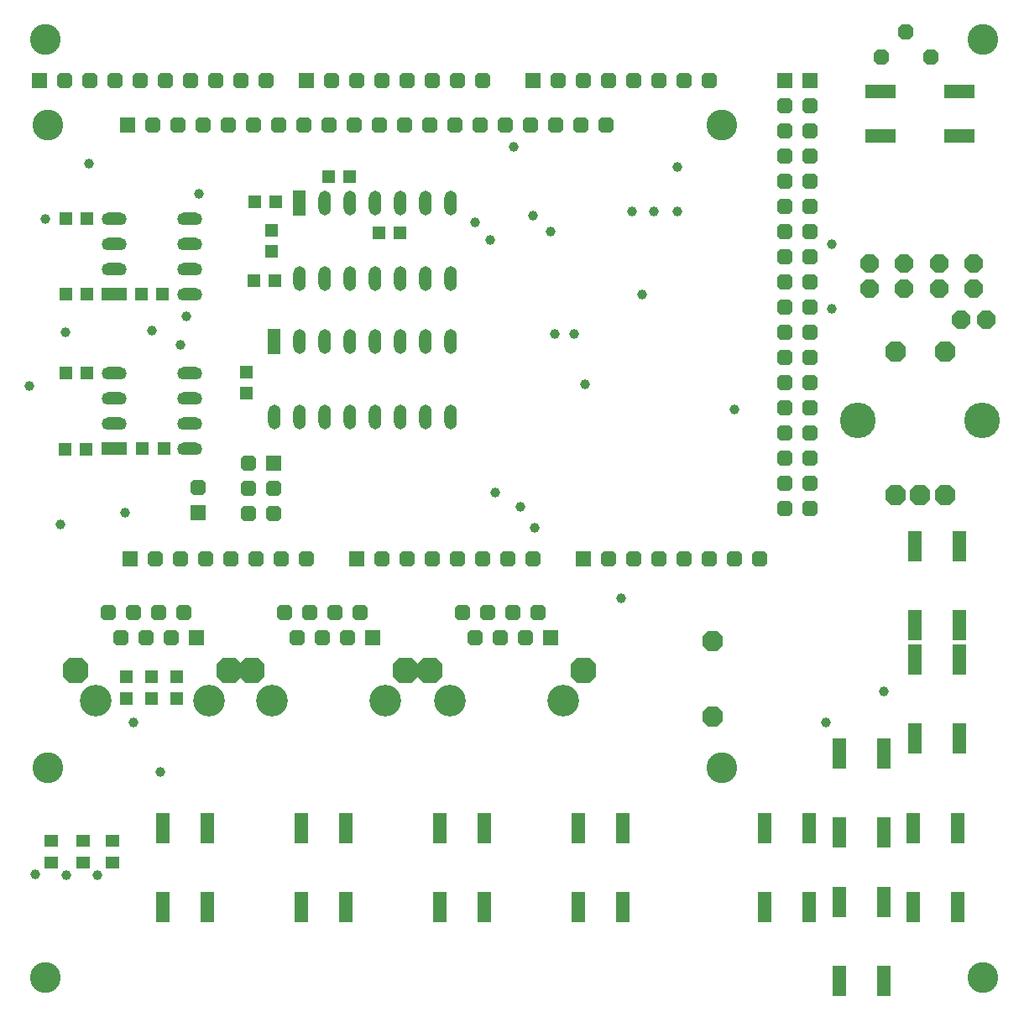
<source format=gts>
%FSLAX35Y35*%
%MOIN*%
%IN18=Loetstoppmaskeoben(X.GTS)*%
%ADD10C,0.00591*%
%ADD11C,0.00614*%
%ADD12C,0.00768*%
%ADD13C,0.00787*%
%ADD14C,0.01024*%
%ADD15C,0.01181*%
%ADD16C,0.01280*%
%ADD17C,0.01535*%
%ADD18C,0.01575*%
%ADD19C,0.01969*%
%ADD20C,0.02362*%
%ADD21C,0.02795*%
%ADD22C,0.03937*%
%ADD23C,0.12205*%
%ADD24C,0.12598*%
%ADD25C,0.13780*%
%ADD26C,0.14173*%
%AMR_27*21,1,0.01181,0.01181,0,0,0.000*%
%ADD27R_27*%
%AMR_28*21,1,0.01250,0.01250,0,0,0.000*%
%ADD28R_28*%
%AMR_29*21,1,0.01280,0.01280,0,0,0.000*%
%ADD29R_29*%
%AMR_30*21,1,0.01476,0.01476,0,0,0.000*%
%ADD30R_30*%
%AMR_31*21,1,0.01575,0.01575,0,0,0.000*%
%ADD31R_31*%
%AMR_32*21,1,0.01772,0.01772,0,0,0.000*%
%ADD32R_32*%
%AMR_33*21,1,0.01969,0.01969,0,0,0.000*%
%ADD33R_33*%
%AMR_34*21,1,0.04587,0.05433,0,0,90.000*%
%ADD34R_34*%
%AMR_35*21,1,0.05000,0.05000,0,0,0.000*%
%ADD35R_35*%
%AMR_36*21,1,0.05000,0.05000,0,0,90.000*%
%ADD36R_36*%
%AMR_37*21,1,0.05000,0.05000,0,0,180.000*%
%ADD37R_37*%
%AMR_38*21,1,0.05000,0.05000,0,0,270.000*%
%ADD38R_38*%
%AMR_39*21,1,0.05000,0.09843,0,0,0.000*%
%ADD39R_39*%
%AMR_40*21,1,0.05000,0.10000,0,0,90.000*%
%ADD40R_40*%
%AMR_41*21,1,0.12205,0.05118,0,0,90.000*%
%ADD41R_41*%
%AMR_42*21,1,0.12205,0.05118,0,0,180.000*%
%ADD42R_42*%
%AMR_43*21,1,0.19685,0.19685,0,0,0.000*%
%ADD43R_43*%
%AMOCT_44*4,1,8,0.029528,0.014764,0.014764,0.029528,-0.014764,0.029528,-0.029528,0.014764,-0.029528,-0.014764,-0.014764,-0.029528,0.014764,-0.029528,0.029528,-0.014764,0.029528,0.014764,0.000*%
%ADD44OCT_44*%
%AMOCT_45*4,1,8,0.031496,0.015748,0.015748,0.031496,-0.015748,0.031496,-0.031496,0.015748,-0.031496,-0.015748,-0.015748,-0.031496,0.015748,-0.031496,0.031496,-0.015748,0.031496,0.015748,-0.000*%
%ADD45OCT_45*%
%AMOCT_46*4,1,8,0.031496,0.015748,0.015748,0.031496,-0.015748,0.031496,-0.031496,0.015748,-0.031496,-0.015748,-0.015748,-0.031496,0.015748,-0.031496,0.031496,-0.015748,0.031496,0.015748,90.000*%
%ADD46OCT_46*%
%AMOCT_47*4,1,8,0.031496,0.015748,0.015748,0.031496,-0.015748,0.031496,-0.031496,0.015748,-0.031496,-0.015748,-0.015748,-0.031496,0.015748,-0.031496,0.031496,-0.015748,0.031496,0.015748,180.000*%
%ADD47OCT_47*%
%AMOCT_48*4,1,8,0.031496,0.015748,0.015748,0.031496,-0.015748,0.031496,-0.031496,0.015748,-0.031496,-0.015748,-0.015748,-0.031496,0.015748,-0.031496,0.031496,-0.015748,0.031496,0.015748,270.000*%
%ADD48OCT_48*%
%AMOCT_49*4,1,8,0.035433,0.017717,0.017717,0.035433,-0.017717,0.035433,-0.035433,0.017717,-0.035433,-0.017717,-0.017717,-0.035433,0.017717,-0.035433,0.035433,-0.017717,0.035433,0.017717,180.000*%
%ADD49OCT_49*%
%AMOCT_50*4,1,8,0.035433,0.017717,0.017717,0.035433,-0.017717,0.035433,-0.035433,0.017717,-0.035433,-0.017717,-0.017717,-0.035433,0.017717,-0.035433,0.035433,-0.017717,0.035433,0.017717,270.000*%
%ADD50OCT_50*%
%AMOCT_51*4,1,8,0.039370,0.019685,0.019685,0.039370,-0.019685,0.039370,-0.039370,0.019685,-0.039370,-0.019685,-0.019685,-0.039370,0.019685,-0.039370,0.039370,-0.019685,0.039370,0.019685,0.000*%
%ADD51OCT_51*%
%AMOCT_52*4,1,8,0.039370,0.019685,0.019685,0.039370,-0.019685,0.039370,-0.039370,0.019685,-0.039370,-0.019685,-0.019685,-0.039370,0.019685,-0.039370,0.039370,-0.019685,0.039370,0.019685,270.000*%
%ADD52OCT_52*%
%AMOCT_53*4,1,8,0.049213,0.024606,0.024606,0.049213,-0.024606,0.049213,-0.049213,0.024606,-0.049213,-0.024606,-0.024606,-0.049213,0.024606,-0.049213,0.049213,-0.024606,0.049213,0.024606,180.000*%
%ADD53OCT_53*%
%AMO_54*20,1,0.03937,-0.00787,0.00000,0.00787,0.00000,0*1,1,0.03937,-0.00787,0.00000*1,1,0.03937,0.00787,0.00000*%
%ADD54O_54*%
%AMO_55*20,1,0.05000,0.00000,-0.02421,0.00000,0.02421,0*1,1,0.05000,0.00000,-0.02421*1,1,0.05000,0.00000,0.02421*%
%ADD55O_55*%
%AMO_56*20,1,0.05000,0.02500,0.00000,-0.02500,0.00000,0*1,1,0.05000,0.02500,0.00000*1,1,0.05000,-0.02500,0.00000*%
%ADD56O_56*%
%AMRR_57*21,1,0.06299,0.05039,0,0,-0.000*21,1,0.05039,0.06299,0,0,-0.000*1,1,0.01260,0.02520,0.02520*1,1,0.01260,-0.02520,-0.02520*1,1,0.01260,0.02520,-0.02520*1,1,0.01260,-0.02520,0.02520*%
%ADD57RR_57*%
%AMRR_58*21,1,0.06299,0.05039,0,0,90.000*21,1,0.05039,0.06299,0,0,90.000*1,1,0.01260,-0.02520,0.02520*1,1,0.01260,0.02520,-0.02520*1,1,0.01260,0.02520,0.02520*1,1,0.01260,-0.02520,-0.02520*%
%ADD58RR_58*%
%AMRR_59*21,1,0.06299,0.05039,0,0,180.000*21,1,0.05039,0.06299,0,0,180.000*1,1,0.01260,-0.02520,-0.02520*1,1,0.01260,0.02520,0.02520*1,1,0.01260,-0.02520,0.02520*1,1,0.01260,0.02520,-0.02520*%
%ADD59RR_59*%
%AMRR_60*21,1,0.06299,0.05039,0,0,270.000*21,1,0.05039,0.06299,0,0,270.000*1,1,0.01260,0.02520,-0.02520*1,1,0.01260,-0.02520,0.02520*1,1,0.01260,-0.02520,-0.02520*1,1,0.01260,0.02520,0.02520*%
%ADD60RR_60*%
G54D22*
X196850Y340600D03*
X56299Y92401D03*
X343725Y124350D03*
X320600Y111850D03*
X247650Y281850D03*
X71850Y321850D03*
X10600Y311850D03*
X18725Y266850D03*
X220590Y266225D03*
X213100Y266225D03*
X66850Y273100D03*
X261850Y332475D03*
X261537Y314975D03*
X4350Y245600D03*
X16850Y190600D03*
X45600Y111850D03*
X42475Y195287D03*
X6825Y51675D03*
X19109Y51397D03*
X31338Y51397D03*
X28100Y334037D03*
X284350Y236225D03*
X323100Y301850D03*
X323100Y276225D03*
X239350Y161225D03*
X187475Y303725D03*
X211225Y306850D03*
X252475Y314975D03*
X204975Y189350D03*
X199350Y197475D03*
X189350Y203100D03*
X224975Y246225D03*
X181225Y310600D03*
X204350Y313100D03*
X243725Y314975D03*
X64350Y261850D03*
X53100Y267475D03*
G54D23*
X11742Y93759D03*
X11742Y349350D03*
X279458Y93759D03*
X383100Y10600D03*
X10600Y10600D03*
X10600Y383100D03*
X383100Y383100D03*
X279458Y349350D03*
G54D24*
X145600Y120600D03*
X100600Y120600D03*
X75600Y120600D03*
X30600Y120600D03*
X216225Y120600D03*
X171225Y120600D03*
G54D26*
X333494Y231850D03*
X382706Y231850D03*
G54D34*
X37475Y64803D03*
X37475Y56397D03*
X25600Y64803D03*
X25600Y56397D03*
X13100Y64803D03*
X13100Y56397D03*
G54D35*
X26987Y220287D03*
X18587Y220287D03*
X101987Y287162D03*
X93587Y287162D03*
X57925Y220600D03*
X49525Y220600D03*
X57300Y281850D03*
X48900Y281850D03*
X27300Y250600D03*
X18900Y250600D03*
X27300Y281850D03*
X18900Y281850D03*
X27300Y311850D03*
X18900Y311850D03*
G54D37*
X143275Y306225D03*
X151675Y306225D03*
X123275Y328725D03*
X131675Y328725D03*
X93900Y318725D03*
X102300Y318725D03*
G54D38*
X90600Y242650D03*
X90600Y251050D03*
X100600Y298900D03*
X100600Y307300D03*
X43100Y121400D03*
X43100Y129800D03*
X53100Y121400D03*
X53100Y129800D03*
X63100Y121400D03*
X63100Y129800D03*
G54D39*
X101850Y263100D03*
X111850Y318100D03*
G54D40*
X38100Y220600D03*
X38100Y281850D03*
G54D41*
X57367Y70029D03*
X75083Y70029D03*
X57367Y38730D03*
X75083Y38730D03*
X112367Y70029D03*
X130083Y70029D03*
X112367Y38730D03*
X130083Y38730D03*
X167367Y70029D03*
X185083Y70029D03*
X167367Y38730D03*
X185083Y38730D03*
X222367Y70029D03*
X240083Y70029D03*
X222367Y38730D03*
X240083Y38730D03*
X356117Y136875D03*
X373833Y136875D03*
X356117Y105575D03*
X373833Y105575D03*
X356117Y181875D03*
X373833Y181875D03*
X356117Y150575D03*
X373833Y150575D03*
X296373Y70029D03*
X314089Y70029D03*
X296373Y38730D03*
X314089Y38730D03*
X325900Y40501D03*
X343617Y40501D03*
X325900Y9202D03*
X343617Y9202D03*
X355428Y70029D03*
X373144Y70029D03*
X355428Y38730D03*
X373144Y38730D03*
X325900Y99557D03*
X343617Y99557D03*
X325900Y68257D03*
X343617Y68257D03*
G54D42*
X342450Y344867D03*
X342450Y362583D03*
X373750Y344867D03*
X373750Y362583D03*
G54D44*
X342632Y376225D03*
X352475Y386225D03*
X362317Y376225D03*
G54D45*
X18350Y366850D03*
X28350Y366850D03*
X38350Y366850D03*
X48350Y366850D03*
X58350Y366850D03*
X68350Y366850D03*
X78350Y366850D03*
X88350Y366850D03*
X98350Y366850D03*
X54350Y176850D03*
X64350Y176850D03*
X74350Y176850D03*
X84350Y176850D03*
X94350Y176850D03*
X104350Y176850D03*
X114350Y176850D03*
X144350Y176850D03*
X154350Y176850D03*
X164350Y176850D03*
X174350Y176850D03*
X184350Y176850D03*
X194350Y176850D03*
X204350Y176850D03*
X234350Y176850D03*
X244350Y176850D03*
X254350Y176850D03*
X264350Y176850D03*
X274350Y176850D03*
X284350Y176850D03*
X294350Y176850D03*
X214350Y366850D03*
X224350Y366850D03*
X234350Y366850D03*
X244350Y366850D03*
X254350Y366850D03*
X264350Y366850D03*
X274350Y366850D03*
X124350Y366850D03*
X134350Y366850D03*
X144350Y366850D03*
X154350Y366850D03*
X164350Y366850D03*
X174350Y366850D03*
X184350Y366850D03*
X53346Y349350D03*
X63346Y349350D03*
X73346Y349350D03*
X83346Y349350D03*
X93346Y349350D03*
X103346Y349350D03*
X113346Y349350D03*
X123346Y349350D03*
X133346Y349350D03*
X143346Y349350D03*
X153346Y349350D03*
X163346Y349350D03*
X173346Y349350D03*
X183346Y349350D03*
X193346Y349350D03*
X203346Y349350D03*
X213346Y349350D03*
X223346Y349350D03*
X233346Y349350D03*
G54D46*
X71225Y205287D03*
G54D47*
X135600Y155600D03*
X130600Y145600D03*
X125600Y155600D03*
X120600Y145600D03*
X115600Y155600D03*
X110600Y145600D03*
X105600Y155600D03*
X65600Y155600D03*
X60600Y145600D03*
X55600Y155600D03*
X50600Y145600D03*
X45600Y155600D03*
X40600Y145600D03*
X35600Y155600D03*
X206225Y155600D03*
X201225Y145600D03*
X196225Y155600D03*
X191225Y145600D03*
X186225Y155600D03*
X181225Y145600D03*
X176225Y155600D03*
G54D48*
X304350Y356850D03*
X304350Y346850D03*
X304350Y336850D03*
X304350Y326850D03*
X304350Y316850D03*
X304350Y306850D03*
X304350Y296850D03*
X304350Y286850D03*
X304350Y276850D03*
X304350Y266850D03*
X304350Y256850D03*
X304350Y246850D03*
X304350Y236850D03*
X304350Y226850D03*
X304350Y216850D03*
X304350Y206850D03*
X304350Y196850D03*
X314350Y356850D03*
X314350Y346850D03*
X314350Y336850D03*
X314350Y326850D03*
X314350Y316850D03*
X314350Y306850D03*
X314350Y296850D03*
X314350Y286850D03*
X314350Y276850D03*
X314350Y266850D03*
X314350Y256850D03*
X314350Y246850D03*
X314350Y236850D03*
X314350Y226850D03*
X314350Y216850D03*
X314350Y206850D03*
X314350Y196850D03*
X91225Y214975D03*
X101225Y204975D03*
X91225Y204975D03*
X101225Y194975D03*
X91225Y194975D03*
G54D49*
X384350Y271850D03*
X374350Y271850D03*
G54D50*
X338100Y294350D03*
X338100Y284350D03*
X351850Y294350D03*
X351850Y284350D03*
X365600Y294350D03*
X365600Y284350D03*
X379350Y294350D03*
X379350Y284350D03*
G54D51*
X348257Y202322D03*
X358100Y202322D03*
X367942Y202322D03*
X348257Y259409D03*
X367942Y259409D03*
G54D52*
X275600Y144350D03*
X275600Y114350D03*
G54D53*
X92588Y132608D03*
X153612Y132608D03*
X22588Y132608D03*
X83612Y132608D03*
X163213Y132608D03*
X224237Y132608D03*
G54D55*
X111850Y263100D03*
X121850Y263100D03*
X131850Y263100D03*
X141850Y263100D03*
X151850Y263100D03*
X161850Y263100D03*
X171850Y263100D03*
X171850Y233100D03*
X161850Y233100D03*
X151850Y233100D03*
X141850Y233100D03*
X131850Y233100D03*
X121850Y233100D03*
X111850Y233100D03*
X101850Y233100D03*
X121850Y318100D03*
X131850Y318100D03*
X141850Y318100D03*
X151850Y318100D03*
X161850Y318100D03*
X171850Y318100D03*
X171850Y288100D03*
X161850Y288100D03*
X151850Y288100D03*
X141850Y288100D03*
X131850Y288100D03*
X121850Y288100D03*
X111850Y288100D03*
G54D56*
X38100Y230600D03*
X38100Y240600D03*
X38100Y250600D03*
X68100Y250600D03*
X68100Y240600D03*
X68100Y230600D03*
X68100Y220600D03*
X38100Y291850D03*
X38100Y301850D03*
X38100Y311850D03*
X68100Y311850D03*
X68100Y301850D03*
X68100Y291850D03*
X68100Y281850D03*
G54D57*
X8350Y366850D03*
X44350Y176850D03*
X134350Y176850D03*
X224350Y176850D03*
X204350Y366850D03*
X114350Y366850D03*
X43346Y349350D03*
G54D58*
X71225Y195287D03*
G54D59*
X140600Y145600D03*
X70600Y145600D03*
X211225Y145600D03*
G54D60*
X304350Y366850D03*
X314350Y366850D03*
X101225Y214975D03*
M02*

</source>
